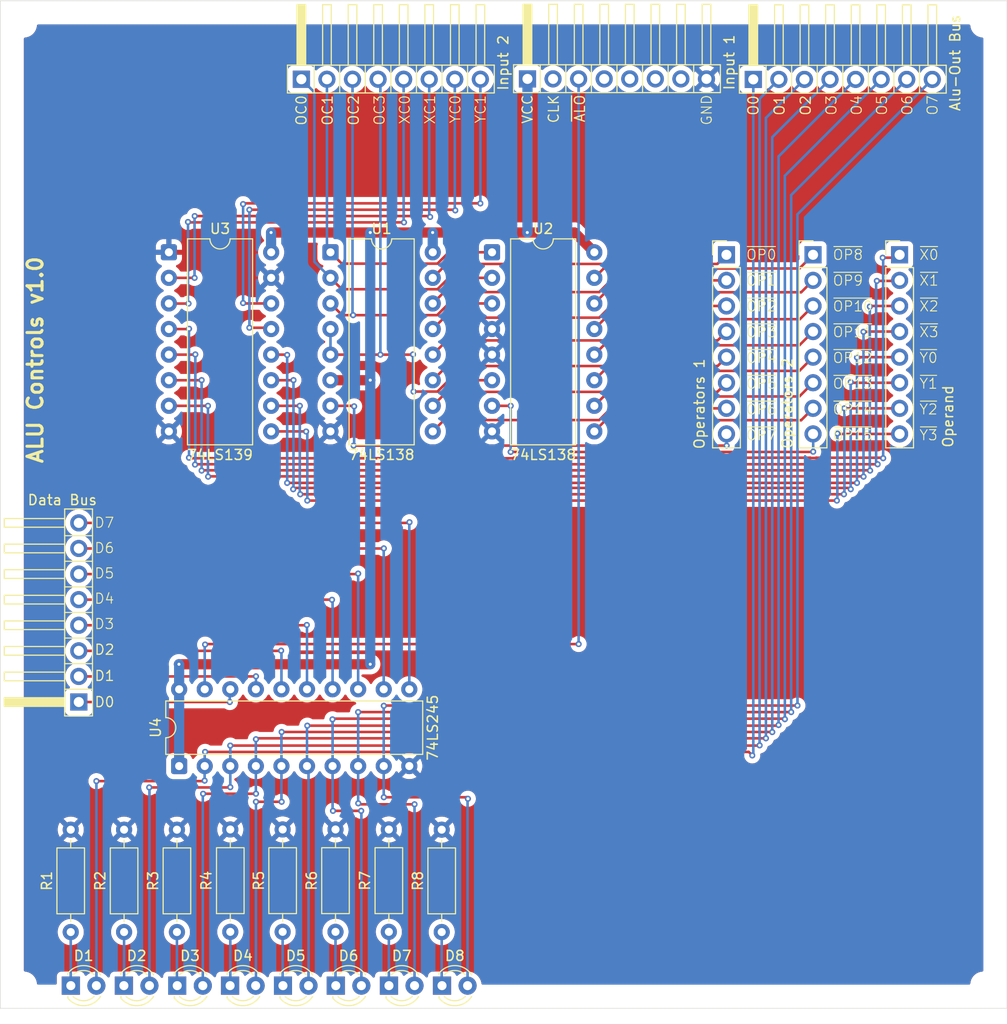
<source format=kicad_pcb>
(kicad_pcb (version 20241229) (generator "pcbnew") (generator_version "9.0")
  (title_block (title "ALU Controls") (date "2025-11-30") (rev "1.0") (company "Marco Vettigli"))
  (layers (0 "F.Cu" signal) (2 "B.Cu" signal) (13 "F.Paste" user) (15 "B.Paste" user) (5 "F.SilkS" user "F.Silkscreen") (7 "B.SilkS" user "B.Silkscreen") (1 "F.Mask" user) (3 "B.Mask" user) (25 "Edge.Cuts" user))
  (net 0 "")
  (net 1 "Net-(D1-K)")
  (net 2 "Net-(D2-K)")
  (net 3 "Net-(D3-K)")
  (net 4 "Net-(D4-K)")
  (net 5 "Net-(D5-K)")
  (net 6 "Net-(D6-K)")
  (net 7 "Net-(D7-K)")
  (net 8 "Net-(D8-K)")
  (net 9 "D2")
  (net 10 "D6")
  (net 11 "D3")
  (net 12 "D7")
  (net 13 "D4")
  (net 14 "D0")
  (net 15 "D1")
  (net 16 "D5")
  (net 20 "~{ALO}")
  (net 22 "~{OP4}")
  (net 23 "~{OP7}")
  (net 24 "~{OP1}")
  (net 25 "~{OP5}")
  (net 26 "~{OP2}")
  (net 27 "~{OP3}")
  (net 28 "~{OP6}")
  (net 29 "~{OP0}")
  (net 30 "~{OP9}")
  (net 31 "~{OP13}")
  (net 32 "~{OP12}")
  (net 33 "~{OP10}")
  (net 34 "~{OP15}")
  (net 35 "~{OP11}")
  (net 36 "~{OP14}")
  (net 37 "~{OP8}")
  (net 38 "~{X2}")
  (net 39 "~{Y3}")
  (net 40 "~{Y2}")
  (net 41 "~{Y0}")
  (net 42 "~{X1}")
  (net 43 "~{Y4}")
  (net 44 "~{X3}")
  (net 45 "~{X0}")
  (net 46 "OC3")
  (net 47 "OC1")
  (net 48 "OC2")
  (net 49 "OC0")
  (net 50 "YC1")
  (net 51 "YC0")
  (net 52 "XC0")
  (net 53 "XC1")
  (net 54 "O6")
  (net 55 "O4")
  (net 56 "O7")
  (net 57 "O1")
  (net 58 "O3")
  (net 59 "O5")
  (net 60 "O2")
  (net 61 "O0")
  (net 62 "GND")
  (net 63 "VCC")
  (net 64 "CLK")
  (footprint "MountingHole:MountingHole_2.1mm" (layer "F.Cu") (at 52.1 147.5)
    (property "Reference" "REF**" (hide yes))
    (property "Value" "MountingHole_2.1mm" (hide yes))
  )
  (footprint "Package_DIP:DIP-16_W10.16mm" (layer "F.Cu") (at 82.55 74.81)
    (property "Reference" "U1")
    (property "Value" "74LS138")
  )
  (footprint "LED_THT:LED_D3.0mm" (layer "F.Cu") (at 93.63 147.6)
    (property "Reference" "D8")
    (property "Value" "RED")
  )
  (footprint "Resistor_THT:R_Axial_DIN0207_L6.3mm_D2.5mm_P10.16mm_Horizontal" (layer "F.Cu") (at 56.75 142.28 90)
    (property "Reference" "R1")
    (property "Value" "220")
  )
  (footprint "Resistor_THT:R_Axial_DIN0207_L6.3mm_D2.5mm_P10.16mm_Horizontal" (layer "F.Cu") (at 67.3 142.28 90)
    (property "Reference" "R3")
    (property "Value" "220")
  )
  (footprint "MountingHole:MountingHole_2.1mm" (layer "F.Cu") (at 147.4 52.2)
    (property "Reference" "REF**" (hide yes))
    (property "Value" "MountingHole_2.1mm" (hide yes))
  )
  (footprint "Resistor_THT:R_Axial_DIN0207_L6.3mm_D2.5mm_P10.16mm_Horizontal" (layer "F.Cu") (at 77.8 142.26 90)
    (property "Reference" "R5")
    (property "Value" "220")
  )
  (footprint "LED_THT:LED_D3.0mm" (layer "F.Cu") (at 56.76 147.6)
    (property "Reference" "D1")
    (property "Value" "RED")
  )
  (footprint "Resistor_THT:R_Axial_DIN0207_L6.3mm_D2.5mm_P10.16mm_Horizontal" (layer "F.Cu") (at 93.6 142.28 90)
    (property "Reference" "R8")
    (property "Value" "220")
  )
  (footprint "MountingHole:MountingHole_2.1mm" (layer "F.Cu") (at 147.4 147.5)
    (property "Reference" "REF**" (hide yes))
    (property "Value" "MountingHole_2.1mm" (hide yes))
  )
  (footprint "LED_THT:LED_D3.0mm" (layer "F.Cu") (at 72.58 147.6)
    (property "Reference" "D4")
    (property "Value" "RED")
  )
  (footprint "Custom:PinHeader_1x08_P2.54mm_Horizontal" (layer "F.Cu") (at 79.66 60.385 90)
    (property "Reference" "J7" (hide yes))
    (property "Value" "Input 2")
  )
  (footprint "Resistor_THT:R_Axial_DIN0207_L6.3mm_D2.5mm_P10.16mm_Horizontal" (layer "F.Cu") (at 88.35 142.26 90)
    (property "Reference" "R7")
    (property "Value" "220")
  )
  (footprint "Package_DIP:DIP-16_W10.16mm" (layer "F.Cu") (at 66.5 74.81)
    (property "Reference" "U3")
    (property "Value" "74LS139")
  )
  (footprint "LED_THT:LED_D3.0mm" (layer "F.Cu") (at 77.83 147.6)
    (property "Reference" "D5")
    (property "Value" "RED")
  )
  (footprint "Resistor_THT:R_Axial_DIN0207_L6.3mm_D2.5mm_P10.16mm_Horizontal" (layer "F.Cu") (at 83.05 142.26 90)
    (property "Reference" "R6")
    (property "Value" "220")
  )
  (footprint "LED_THT:LED_D3.0mm" (layer "F.Cu") (at 67.33 147.6)
    (property "Reference" "D3")
    (property "Value" "RED")
  )
  (footprint "Custom:PinHeader_1x08_P2.54mm_Horizontal" (layer "F.Cu") (at 60.3 119.45 180)
    (property "Reference" "J4" (hide yes))
    (property "Value" "Data Bus")
  )
  (footprint "Custom:PinHeader_1x08_P2.54mm_Horizontal" (layer "F.Cu") (at 102.12 60.35 90)
    (property "Reference" "J6" (hide yes))
    (property "Value" "Input 1")
  )
  (footprint "Custom:PinHeader_1x08_P2.54mm_Vertical" (layer "F.Cu") (at 139.085 75.06)
    (property "Reference" "J3" (hide yes))
    (property "Value" "Operand")
  )
  (footprint "MountingHole:MountingHole_2.1mm" (layer "F.Cu") (at 52.1 52.2)
    (property "Reference" "REF**" (hide yes))
    (property "Value" "MountingHole_2.1mm" (hide yes))
  )
  (footprint "Resistor_THT:R_Axial_DIN0207_L6.3mm_D2.5mm_P10.16mm_Horizontal" (layer "F.Cu") (at 72.6 142.26 90)
    (property "Reference" "R4")
    (property "Value" "220")
  )
  (footprint "Resistor_THT:R_Axial_DIN0207_L6.3mm_D2.5mm_P10.16mm_Horizontal" (layer "F.Cu") (at 62.05 142.28 90)
    (property "Reference" "R2")
    (property "Value" "220")
  )
  (footprint "Package_DIP:DIP-20_W7.62mm" (layer "F.Cu") (at 67.52 125.805 90)
    (property "Reference" "U4")
    (property "Value" "74LS245")
  )
  (footprint "Package_DIP:DIP-16_W10.16mm" (layer "F.Cu") (at 98.6 74.81)
    (property "Reference" "U2")
    (property "Value" "74LS138")
  )
  (footprint "LED_THT:LED_D3.0mm" (layer "F.Cu") (at 83.08 147.6)
    (property "Reference" "D6")
    (property "Value" "RED")
  )
  (footprint "Custom:PinHeader_1x08_P2.54mm_Vertical" (layer "F.Cu") (at 121.885 75.06)
    (property "Reference" "J1" (hide yes))
    (property "Value" "Operators 1")
  )
  (footprint "LED_THT:LED_D3.0mm" (layer "F.Cu") (at 62.03 147.6)
    (property "Reference" "D2")
    (property "Value" "RED")
  )
  (footprint "Custom:PinHeader_1x08_P2.54mm_Vertical" (layer "F.Cu") (at 130.485 75.06)
    (property "Reference" "J2" (hide yes))
    (property "Value" "Operators 2")
  )
  (footprint "Custom:PinHeader_1x08_P2.54mm_Horizontal" (layer "F.Cu") (at 124.55 60.4 90)
    (property "Reference" "J5" (hide yes))
    (property "Value" "Alu-Out Bus")
  )
  (footprint "LED_THT:LED_D3.0mm" (layer "F.Cu") (at 88.36 147.6)
    (property "Reference" "D7")
    (property "Value" "RED")
  )
  (gr_rect (start 49.75 49.85) (end 149.75 149.85) (stroke (width 0.05)) (fill no) (layer "Edge.Cuts"))
  (gr_text "ALU Controls v1.0" (at 54.1 95.9 90) (layer "F.SilkS") (effects (font (size 1.5 1.5) (thickness 0.3) (bold yes)) (justify left bottom)))
  (segment (start 56.75 142.28) (end 56.75 147.59) (width 0.254) (layer "B.Cu") (net 1))
  (segment (start 56.75 147.59) (end 56.76 147.6) (width 0.254) (layer "B.Cu") (net 1))
  (segment (start 62.05 147.58) (end 62.03 147.6) (width 0.254) (layer "B.Cu") (net 2))
  (segment (start 62.05 142.28) (end 62.05 147.58) (width 0.254) (layer "B.Cu") (net 2))
  (segment (start 67.3 142.28) (end 67.3 147.57) (width 0.254) (layer "B.Cu") (net 3))
  (segment (start 67.3 147.57) (end 67.33 147.6) (width 0.254) (layer "B.Cu") (net 3))
  (segment (start 72.6 142.26) (end 72.6 147.58) (width 0.254) (layer "B.Cu") (net 4))
  (segment (start 72.6 147.58) (end 72.58 147.6) (width 0.254) (layer "B.Cu") (net 4))
  (segment (start 77.8 142.26) (end 77.8 147.57) (width 0.254) (layer "B.Cu") (net 5))
  (segment (start 77.8 147.57) (end 77.83 147.6) (width 0.254) (layer "B.Cu") (net 5))
  (segment (start 83.05 142.26) (end 83.05 147.57) (width 0.254) (layer "B.Cu") (net 6))
  (segment (start 83.05 147.57) (end 83.08 147.6) (width 0.254) (layer "B.Cu") (net 6))
  (segment (start 88.35 147.59) (end 88.36 147.6) (width 0.254) (layer "B.Cu") (net 7))
  (segment (start 88.35 142.26) (end 88.35 147.59) (width 0.254) (layer "B.Cu") (net 7))
  (segment (start 93.6 142.28) (end 93.6 147.57) (width 0.254) (layer "B.Cu") (net 8))
  (segment (start 93.6 147.57) (end 93.63 147.6) (width 0.254) (layer "B.Cu") (net 8))
  (segment (start 77.63 114.37) (end 77.65 114.35) (width 0.254) (layer "F.Cu") (net 9))
  (segment (start 57.55 114.37) (end 77.63 114.37) (width 0.254) (layer "F.Cu") (net 9))
  (via (at 77.65 114.35) (size 0.6) (drill 0.3) (layers "F.Cu" "B.Cu") (net 9))
  (segment (start 77.68 114.38) (end 77.68 118.185) (width 0.254) (layer "B.Cu") (net 9))
  (segment (start 77.65 114.35) (end 77.68 114.38) (width 0.254) (layer "B.Cu") (net 9))
  (segment (start 57.55 104.21) (end 87.84 104.21) (width 0.254) (layer "F.Cu") (net 10))
  (segment (start 87.84 104.21) (end 87.85 104.2) (width 0.254) (layer "F.Cu") (net 10))
  (via (at 87.85 104.2) (size 0.6) (drill 0.3) (layers "F.Cu" "B.Cu") (net 10))
  (segment (start 87.85 104.2) (end 87.84 104.21) (width 0.254) (layer "B.Cu") (net 10))
  (segment (start 87.84 104.21) (end 87.84 118.185) (width 0.254) (layer "B.Cu") (net 10))
  (segment (start 80.17 111.83) (end 80.2 111.8) (width 0.254) (layer "F.Cu") (net 11))
  (segment (start 57.55 111.83) (end 80.17 111.83) (width 0.254) (layer "F.Cu") (net 11))
  (via (at 80.2 111.8) (size 0.6) (drill 0.3) (layers "F.Cu" "B.Cu") (net 11))
  (segment (start 80.2 111.8) (end 80.22 111.82) (width 0.254) (layer "B.Cu") (net 11))
  (segment (start 80.22 111.82) (end 80.22 118.185) (width 0.254) (layer "B.Cu") (net 11))
  (segment (start 90.33 101.67) (end 90.4 101.6) (width 0.254) (layer "F.Cu") (net 12))
  (segment (start 57.55 101.67) (end 90.33 101.67) (width 0.254) (layer "F.Cu") (net 12))
  (via (at 90.4 101.6) (size 0.6) (drill 0.3) (layers "F.Cu" "B.Cu") (net 12))
  (segment (start 90.4 101.6) (end 90.38 101.62) (width 0.254) (layer "B.Cu") (net 12))
  (segment (start 90.38 101.62) (end 90.38 118.185) (width 0.254) (layer "B.Cu") (net 12))
  (segment (start 82.69 109.29) (end 82.7 109.3) (width 0.254) (layer "F.Cu") (net 13))
  (segment (start 57.55 109.29) (end 82.69 109.29) (width 0.254) (layer "F.Cu") (net 13))
  (via (at 82.7 109.3) (size 0.6) (drill 0.3) (layers "F.Cu" "B.Cu") (net 13))
  (segment (start 82.7 109.3) (end 82.76 109.36) (width 0.254) (layer "B.Cu") (net 13))
  (segment (start 82.76 109.36) (end 82.76 118.185) (width 0.254) (layer "B.Cu") (net 13))
  (segment (start 57.55 119.45) (end 72.55 119.45) (width 0.254) (layer "F.Cu") (net 14))
  (via (at 72.55 119.45) (size 0.6) (drill 0.3) (layers "F.Cu" "B.Cu") (net 14))
  (segment (start 72.55 119.45) (end 72.55 118.235) (width 0.254) (layer "B.Cu") (net 14))
  (segment (start 72.55 118.235) (end 72.6 118.185) (width 0.254) (layer "B.Cu") (net 14))
  (segment (start 75.14 116.91) (end 75.15 116.9) (width 0.254) (layer "F.Cu") (net 15))
  (segment (start 57.55 116.91) (end 75.14 116.91) (width 0.254) (layer "F.Cu") (net 15))
  (via (at 75.15 116.9) (size 0.6) (drill 0.3) (layers "F.Cu" "B.Cu") (net 15))
  (segment (start 75.15 116.9) (end 75.15 118.175) (width 0.254) (layer "B.Cu") (net 15))
  (segment (start 75.15 118.175) (end 75.14 118.185) (width 0.254) (layer "B.Cu") (net 15))
  (segment (start 57.55 106.75) (end 85.25 106.75) (width 0.254) (layer "F.Cu") (net 16))
  (segment (start 85.25 106.75) (end 85.3 106.7) (width 0.254) (layer "F.Cu") (net 16))
  (via (at 85.3 106.7) (size 0.6) (drill 0.3) (layers "F.Cu" "B.Cu") (net 16))
  (segment (start 85.3 106.7) (end 85.3 118.185) (width 0.254) (layer "B.Cu") (net 16))
  (segment (start 70.1 113.743) (end 70.143 113.7) (width 0.254) (layer "F.Cu") (net 20))
  (segment (start 70.143 113.7) (end 107.2 113.7) (width 0.254) (layer "F.Cu") (net 20))
  (via (at 70.1 113.743) (size 0.6) (drill 0.3) (layers "F.Cu" "B.Cu") (net 20))
  (via (at 107.2 113.7) (size 0.6) (drill 0.3) (layers "F.Cu" "B.Cu") (net 20))
  (segment (start 107.2 113.7) (end 107.2 57.6) (width 0.254) (layer "B.Cu") (net 20))
  (segment (start 70.06 113.783) (end 70.06 118.185) (width 0.254) (layer "B.Cu") (net 20))
  (segment (start 70.1 113.743) (end 70.06 113.783) (width 0.254) (layer "B.Cu") (net 20))
  (segment (start 94.12 86.1) (end 121.005 86.1) (width 0.254) (layer "F.Cu") (net 22))
  (segment (start 121.005 86.1) (end 121.885 85.22) (width 0.254) (layer "F.Cu") (net 22))
  (segment (start 92.71 87.51) (end 94.12 86.1) (width 0.254) (layer "F.Cu") (net 22))
  (segment (start 82.55 90.05) (end 84.85 90.05) (width 0.254) (layer "F.Cu") (net 23))
  (segment (start 84.85 94) (end 121.9 94) (width 0.254) (layer "F.Cu") (net 23))
  (segment (start 84.85 90.05) (end 84.9 90.1) (width 0.254) (layer "F.Cu") (net 23))
  (via (at 121.9 94) (size 0.6) (drill 0.3) (layers "F.Cu" "B.Cu") (net 23))
  (via (at 84.85 94) (size 0.6) (drill 0.3) (layers "F.Cu" "B.Cu") (net 23))
  (via (at 84.9 90.1) (size 0.6) (drill 0.3) (layers "F.Cu" "B.Cu") (net 23))
  (segment (start 121.9 94) (end 121.9 92.855) (width 0.254) (layer "B.Cu") (net 23))
  (segment (start 121.9 92.855) (end 121.885 92.84) (width 0.254) (layer "B.Cu") (net 23))
  (segment (start 84.9 90.1) (end 84.9 93.95) (width 0.254) (layer "B.Cu") (net 23))
  (segment (start 84.9 93.95) (end 84.85 94) (width 0.254) (layer "B.Cu") (net 23))
  (segment (start 109.244532 78.762) (end 110.406532 77.6) (width 0.254) (layer "F.Cu") (net 24))
  (segment (start 93.838 78.762) (end 109.244532 78.762) (width 0.254) (layer "F.Cu") (net 24))
  (segment (start 92.71 79.89) (end 93.838 78.762) (width 0.254) (layer "F.Cu") (net 24))
  (segment (start 110.406532 77.6) (end 121.885 77.6) (width 0.254) (layer "F.Cu") (net 24))
  (segment (start 92.71 90.05) (end 94.093 88.667) (width 0.254) (layer "F.Cu") (net 25))
  (segment (start 120.978 88.667) (end 121.885 87.76) (width 0.254) (layer "F.Cu") (net 25))
  (segment (start 94.093 88.667) (end 120.978 88.667) (width 0.254) (layer "F.Cu") (net 25))
  (segment (start 109.244532 81.302) (end 110.406532 80.14) (width 0.254) (layer "F.Cu") (net 26))
  (segment (start 92.71 82.43) (end 93.838 81.302) (width 0.254) (layer "F.Cu") (net 26))
  (segment (start 93.838 81.302) (end 109.244532 81.302) (width 0.254) (layer "F.Cu") (net 26))
  (segment (start 110.406532 80.14) (end 121.885 80.14) (width 0.254) (layer "F.Cu") (net 26))
  (segment (start 92.71 84.97) (end 94.122 83.558) (width 0.254) (layer "F.Cu") (net 27))
  (segment (start 94.122 83.558) (end 121.007 83.558) (width 0.254) (layer "F.Cu") (net 27))
  (segment (start 121.007 83.558) (end 121.885 82.68) (width 0.254) (layer "F.Cu") (net 27))
  (segment (start 109.244532 91.462) (end 110.406532 90.3) (width 0.254) (layer "F.Cu") (net 28))
  (segment (start 110.406532 90.3) (end 121.885 90.3) (width 0.254) (layer "F.Cu") (net 28))
  (segment (start 93.838 91.462) (end 109.244532 91.462) (width 0.254) (layer "F.Cu") (net 28))
  (segment (start 92.71 92.59) (end 93.838 91.462) (width 0.254) (layer "F.Cu") (net 28))
  (segment (start 92.71 77.35) (end 94.093 75.967) (width 0.254) (layer "F.Cu") (net 29))
  (segment (start 120.978 75.967) (end 121.885 75.06) (width 0.254) (layer "F.Cu") (net 29))
  (segment (start 94.093 75.967) (end 120.978 75.967) (width 0.254) (layer "F.Cu") (net 29))
  (segment (start 129.307 78.778) (end 130.485 77.6) (width 0.254) (layer "F.Cu") (net 30))
  (segment (start 109.872 78.778) (end 129.307 78.778) (width 0.254) (layer "F.Cu") (net 30))
  (segment (start 108.76 79.89) (end 109.872 78.778) (width 0.254) (layer "F.Cu") (net 30))
  (segment (start 108.76 90.05) (end 109.688 89.122) (width 0.254) (layer "F.Cu") (net 31))
  (segment (start 129.123 89.122) (end 130.485 87.76) (width 0.254) (layer "F.Cu") (net 31))
  (segment (start 109.688 89.122) (end 129.123 89.122) (width 0.254) (layer "F.Cu") (net 31))
  (segment (start 129.123 86.582) (end 130.485 85.22) (width 0.254) (layer "F.Cu") (net 32))
  (segment (start 108.76 87.51) (end 109.688 86.582) (width 0.254) (layer "F.Cu") (net 32))
  (segment (start 109.688 86.582) (end 129.123 86.582) (width 0.254) (layer "F.Cu") (net 32))
  (segment (start 109.74 81.45) (end 129.175 81.45) (width 0.254) (layer "F.Cu") (net 33))
  (segment (start 108.76 82.43) (end 109.74 81.45) (width 0.254) (layer "F.Cu") (net 33))
  (segment (start 129.175 81.45) (end 130.485 80.14) (width 0.254) (layer "F.Cu") (net 33))
  (segment (start 130.473 94.627) (end 130.5 94.6) (width 0.254) (layer "F.Cu") (net 34))
  (segment (start 100.45 94.627) (end 130.473 94.627) (width 0.254) (layer "F.Cu") (net 34))
  (segment (start 98.6 90.05) (end 100.45 90.05) (width 0.254) (layer "F.Cu") (net 34))
  (via (at 100.45 90.05) (size 0.6) (drill 0.3) (layers "F.Cu" "B.Cu") (net 34))
  (via (at 100.45 94.627) (size 0.6) (drill 0.3) (layers "F.Cu" "B.Cu") (net 34))
  (via (at 130.5 94.6) (size 0.6) (drill 0.3) (layers "F.Cu" "B.Cu") (net 34))
  (segment (start 130.5 94.6) (end 130.5 92.855) (width 0.254) (layer "B.Cu") (net 34))
  (segment (start 100.45 90.05) (end 100.45 94.627) (width 0.254) (layer "B.Cu") (net 34))
  (segment (start 130.5 92.855) (end 130.485 92.84) (width 0.254) (layer "B.Cu") (net 34))
  (segment (start 129.123 84.042) (end 130.485 82.68) (width 0.254) (layer "F.Cu") (net 35))
  (segment (start 108.76 84.97) (end 109.688 84.042) (width 0.254) (layer "F.Cu") (net 35))
  (segment (start 109.688 84.042) (end 129.123 84.042) (width 0.254) (layer "F.Cu") (net 35))
  (segment (start 129.307 91.478) (end 130.485 90.3) (width 0.254) (layer "F.Cu") (net 36))
  (segment (start 108.76 92.59) (end 109.872 91.478) (width 0.254) (layer "F.Cu") (net 36))
  (segment (start 109.872 91.478) (end 129.307 91.478) (width 0.254) (layer "F.Cu") (net 36))
  (segment (start 129.123 76.422) (end 130.485 75.06) (width 0.254) (layer "F.Cu") (net 37))
  (segment (start 108.76 77.35) (end 109.688 76.422) (width 0.254) (layer "F.Cu") (net 37))
  (segment (start 109.688 76.422) (end 129.123 76.422) (width 0.254) (layer "F.Cu") (net 37))
  (segment (start 136.123 80.2) (end 136.183 80.14) (width 0.254) (layer "F.Cu") (net 38))
  (segment (start 136.123 96.45) (end 69.777 96.45) (width 0.254) (layer "F.Cu") (net 38))
  (segment (start 69.777 96.45) (end 69.75 96.477) (width 0.254) (layer "F.Cu") (net 38))
  (segment (start 136.183 80.14) (end 139.085 80.14) (width 0.254) (layer "F.Cu") (net 38))
  (segment (start 136.15 96.477) (end 136.123 96.45) (width 0.254) (layer "F.Cu") (net 38))
  (segment (start 69.744 87.51) (end 69.754 87.5) (width 0.254) (layer "F.Cu") (net 38))
  (segment (start 66.5 87.51) (end 69.744 87.51) (width 0.254) (layer "F.Cu") (net 38))
  (via (at 136.123 80.2) (size 0.6) (drill 0.3) (layers "F.Cu" "B.Cu") (net 38))
  (via (at 69.75 96.477) (size 0.6) (drill 0.3) (layers "F.Cu" "B.Cu") (net 38))
  (via (at 69.754 87.5) (size 0.6) (drill 0.3) (layers "F.Cu" "B.Cu") (net 38))
  (via (at 136.15 96.477) (size 0.6) (drill 0.3) (layers "F.Cu" "B.Cu") (net 38))
  (segment (start 69.754 96.473) (end 69.75 96.477) (width 0.254) (layer "B.Cu") (net 38))
  (segment (start 136.123 96.25) (end 136.123 80.2) (width 0.254) (layer "B.Cu") (net 38))
  (segment (start 136.15 96.277) (end 136.123 96.25) (width 0.254) (layer "B.Cu") (net 38))
  (segment (start 136.15 96.477) (end 136.15 96.277) (width 0.254) (layer "B.Cu") (net 38))
  (segment (start 69.754 87.5) (end 69.754 96.473) (width 0.254) (layer "B.Cu") (net 38))
  (segment (start 133.595 90.3) (end 139.085 90.3) (width 0.254) (layer "F.Cu") (net 39))
  (segment (start 76.66 90.05) (end 79.504 90.05) (width 0.254) (layer "F.Cu") (net 39))
  (segment (start 79.55 98.827) (end 133.55 98.827) (width 0.254) (layer "F.Cu") (net 39))
  (via (at 133.595 90.3) (size 0.6) (drill 0.3) (layers "F.Cu" "B.Cu") (net 39))
  (via (at 79.55 98.827) (size 0.6) (drill 0.3) (layers "F.Cu" "B.Cu") (net 39))
  (via (at 79.504 90.05) (size 0.6) (drill 0.3) (layers "F.Cu" "B.Cu") (net 39))
  (via (at 133.55 98.827) (size 0.6) (drill 0.3) (layers "F.Cu" "B.Cu") (net 39))
  (segment (start 79.504 98.781) (end 79.55 98.827) (width 0.254) (layer "B.Cu") (net 39))
  (segment (start 133.55 98.793884) (end 133.6 98.743884) (width 0.254) (layer "B.Cu") (net 39))
  (segment (start 133.6 90.305) (end 133.595 90.3) (width 0.254) (layer "B.Cu") (net 39))
  (segment (start 79.504 90.05) (end 79.504 98.781) (width 0.254) (layer "B.Cu") (net 39))
  (segment (start 133.6 98.743884) (end 133.6 90.305) (width 0.254) (layer "B.Cu") (net 39))
  (segment (start 133.55 98.827) (end 133.55 98.793884) (width 0.254) (layer "B.Cu") (net 39))
  (segment (start 78.867 87.51) (end 78.877 87.5) (width 0.254) (layer "F.Cu") (net 40))
  (segment (start 134.223 98.2) (end 78.977 98.2) (width 0.254) (layer "F.Cu") (net 40))
  (segment (start 134.227 98.327) (end 134.227 98.204) (width 0.254) (layer "F.Cu") (net 40))
  (segment (start 134.283 87.76) (end 139.085 87.76) (width 0.254) (layer "F.Cu") (net 40))
  (segment (start 134.227 98.204) (end 134.223 98.2) (width 0.254) (layer "F.Cu") (net 40))
  (segment (start 134.223 87.7) (end 134.283 87.76) (width 0.254) (layer "F.Cu") (net 40))
  (segment (start 76.66 87.51) (end 78.867 87.51) (width 0.254) (layer "F.Cu") (net 40))
  (segment (start 78.977 98.2) (end 78.85 98.327) (width 0.254) (layer "F.Cu") (net 40))
  (via (at 78.877 87.5) (size 0.6) (drill 0.3) (layers "F.Cu" "B.Cu") (net 40))
  (via (at 78.85 98.327) (size 0.6) (drill 0.3) (layers "F.Cu" "B.Cu") (net 40))
  (via (at 134.227 98.327) (size 0.6) (drill 0.3) (layers "F.Cu" "B.Cu") (net 40))
  (via (at 134.223 87.7) (size 0.6) (drill 0.3) (layers "F.Cu" "B.Cu") (net 40))
  (segment (start 78.877 98.3) (end 78.85 98.327) (width 0.254) (layer "B.Cu") (net 40))
  (segment (start 134.222 98.199) (end 134.222 87.701) (width 0.254) (layer "B.Cu") (net 40))
  (segment (start 134.227 98.204) (end 134.222 98.199) (width 0.254) (layer "B.Cu") (net 40))
  (segment (start 78.877 87.5) (end 78.877 98.3) (width 0.254) (layer "B.Cu") (net 40))
  (segment (start 134.227 98.327) (end 134.227 98.204) (width 0.254) (layer "B.Cu") (net 40))
  (segment (start 134.222 87.701) (end 134.223 87.7) (width 0.254) (layer "B.Cu") (net 40))
  (segment (start 78.22 84.97) (end 78.25 85) (width 0.254) (layer "F.Cu") (net 41))
  (segment (start 134.85 85.25) (end 135.2 85.25) (width 0.254) (layer "F.Cu") (net 41))
  (segment (start 135.23 85.22) (end 139.085 85.22) (width 0.254) (layer "F.Cu") (net 41))
  (segment (start 135.2 85.25) (end 135.23 85.22) (width 0.254) (layer "F.Cu") (net 41))
  (segment (start 134.85 97.7) (end 78.25 97.7) (width 0.254) (layer "F.Cu") (net 41))
  (segment (start 76.66 84.97) (end 78.22 84.97) (width 0.254) (layer "F.Cu") (net 41))
  (via (at 78.25 97.7) (size 0.6) (drill 0.3) (layers "F.Cu" "B.Cu") (net 41))
  (via (at 134.85 85.25) (size 0.6) (drill 0.3) (layers "F.Cu" "B.Cu") (net 41))
  (via (at 78.25 85) (size 0.6) (drill 0.3) (layers "F.Cu" "B.Cu") (net 41))
  (via (at 134.85 97.7) (size 0.6) (drill 0.3) (layers "F.Cu" "B.Cu") (net 41))
  (segment (start 134.85 85.25) (end 134.85 97.7) (width 0.254) (layer "B.Cu") (net 41))
  (segment (start 78.25 85) (end 78.25 97.7) (width 0.254) (layer "B.Cu") (net 41))
  (segment (start 69.1 95.882) (end 69.132 95.85) (width 0.254) (layer "F.Cu") (net 42))
  (segment (start 69.132 95.85) (end 136.9 95.85) (width 0.254) (layer "F.Cu") (net 42))
  (segment (start 66.5 84.97) (end 69.107 84.97) (width 0.254) (layer "F.Cu") (net 42))
  (segment (start 69.107 84.97) (end 69.127 84.95) (width 0.254) (layer "F.Cu") (net 42))
  (segment (start 136.823 77.65) (end 139.035 77.65) (width 0.254) (layer "F.Cu") (net 42))
  (segment (start 139.035 77.65) (end 139.085 77.6) (width 0.254) (layer "F.Cu") (net 42))
  (via (at 69.1 95.882) (size 0.6) (drill 0.3) (layers "F.Cu" "B.Cu") (net 42))
  (via (at 136.9 95.85) (size 0.6) (drill 0.3) (layers "F.Cu" "B.Cu") (net 42))
  (via (at 69.127 84.95) (size 0.6) (drill 0.3) (layers "F.Cu" "B.Cu") (net 42))
  (via (at 136.823 77.65) (size 0.6) (drill 0.3) (layers "F.Cu" "B.Cu") (net 42))
  (segment (start 136.9 95.85) (end 136.75 95.7) (width 0.254) (layer "B.Cu") (net 42))
  (segment (start 136.75 77.723) (end 136.823 77.65) (width 0.254) (layer "B.Cu") (net 42))
  (segment (start 69.127 84.95) (end 69.127 95.855) (width 0.254) (layer "B.Cu") (net 42))
  (segment (start 136.75 95.7) (end 136.75 77.723) (width 0.254) (layer "B.Cu") (net 42))
  (segment (start 69.127 95.855) (end 69.1 95.882) (width 0.254) (layer "B.Cu") (net 42))
  (segment (start 76.66 92.59) (end 80.121 92.59) (width 0.254) (layer "F.Cu") (net 43))
  (segment (start 80.121 92.59) (end 80.131 92.6) (width 0.254) (layer "F.Cu") (net 43))
  (segment (start 132.9 92.8) (end 132.94 92.84) (width 0.254) (layer "F.Cu") (net 43))
  (segment (start 80.25 99.454) (end 132.85 99.454) (width 0.254) (layer "F.Cu") (net 43))
  (segment (start 132.94 92.84) (end 139.085 92.84) (width 0.254) (layer "F.Cu") (net 43))
  (via (at 132.85 99.454) (size 0.6) (drill 0.3) (layers "F.Cu" "B.Cu") (net 43))
  (via (at 80.131 92.6) (size 0.6) (drill 0.3) (layers "F.Cu" "B.Cu") (net 43))
  (via (at 80.25 99.454) (size 0.6) (drill 0.3) (layers "F.Cu" "B.Cu") (net 43))
  (via (at 132.9 92.8) (size 0.6) (drill 0.3) (layers "F.Cu" "B.Cu") (net 43))
  (segment (start 80.25 92.719) (end 80.25 99.454) (width 0.254) (layer "B.Cu") (net 43))
  (segment (start 132.9 99.354) (end 132.9 92.8) (width 0.254) (layer "B.Cu") (net 43))
  (segment (start 80.131 92.6) (end 80.25 92.719) (width 0.254) (layer "B.Cu") (net 43))
  (segment (start 132.85 99.404) (end 132.9 99.354) (width 0.254) (layer "B.Cu") (net 43))
  (segment (start 132.85 99.454) (end 132.85 99.404) (width 0.254) (layer "B.Cu") (net 43))
  (segment (start 136.07 82.68) (end 139.085 82.68) (width 0.254) (layer "F.Cu") (net 44))
  (segment (start 66.5 90.05) (end 70.381 90.05) (width 0.254) (layer "F.Cu") (net 44))
  (segment (start 136.05 82.7) (end 136.07 82.68) (width 0.254) (layer "F.Cu") (net 44))
  (segment (start 70.427 97.05) (end 70.4 97.077) (width 0.254) (layer "F.Cu") (net 44))
  (segment (start 135.496 82.7) (end 136.05 82.7) (width 0.254) (layer "F.Cu") (net 44))
  (segment (start 135.473 97.05) (end 70.427 97.05) (width 0.254) (layer "F.Cu") (net 44))
  (segment (start 135.5 97.077) (end 135.473 97.05) (width 0.254) (layer "F.Cu") (net 44))
  (via (at 70.4 97.077) (size 0.6) (drill 0.3) (layers "F.Cu" "B.Cu") (net 44))
  (via (at 135.496 82.7) (size 0.6) (drill 0.3) (layers "F.Cu" "B.Cu") (net 44))
  (via (at 135.5 97.077) (size 0.6) (drill 0.3) (layers "F.Cu" "B.Cu") (net 44))
  (via (at 70.381 90.05) (size 0.6) (drill 0.3) (layers "F.Cu" "B.Cu") (net 44))
  (segment (start 135.496 96.976985) (end 135.496 82.7) (width 0.254) (layer "B.Cu") (net 44))
  (segment (start 70.381 97.058) (end 70.4 97.077) (width 0.254) (layer "B.Cu") (net 44))
  (segment (start 70.381 90.05) (end 70.381 97.058) (width 0.254) (layer "B.Cu") (net 44))
  (segment (start 135.5 97.077) (end 135.5 96.980985) (width 0.254) (layer "B.Cu") (net 44))
  (segment (start 135.5 96.980985) (end 135.496 96.976985) (width 0.254) (layer "B.Cu") (net 44))
  (segment (start 130.760127 95.228) (end 130.788127 95.2) (width 0.254) (layer "F.Cu") (net 45))
  (segment (start 138.795 75.35) (end 139.085 75.06) (width 0.254) (layer "F.Cu") (net 45))
  (segment (start 66.5 82.43) (end 68.47 82.43) (width 0.254) (layer "F.Cu") (net 45))
  (segment (start 130.239873 95.228) (end 130.760127 95.228) (width 0.254) (layer "F.Cu") (net 45))
  (segment (start 68.555 95.255) (end 100.710127 95.255) (width 0.254) (layer "F.Cu") (net 45))
  (segment (start 130.211873 95.2) (end 130.239873 95.228) (width 0.254) (layer "F.Cu") (net 45))
  (segment (start 68.5 95.2) (end 68.555 95.255) (width 0.254) (layer "F.Cu") (net 45))
  (segment (start 130.788127 95.2) (end 137.4 95.2) (width 0.254) (layer "F.Cu") (net 45))
  (segment (start 100.710127 95.255) (end 100.765127 95.2) (width 0.254) (layer "F.Cu") (net 45))
  (segment (start 137.4 95.2) (end 137.45 95.25) (width 0.254) (layer "F.Cu") (net 45))
  (segment (start 68.47 82.43) (end 68.5 82.4) (width 0.254) (layer "F.Cu") (net 45))
  (segment (start 137.4 75.35) (end 138.795 75.35) (width 0.254) (layer "F.Cu") (net 45))
  (segment (start 100.765127 95.2) (end 130.211873 95.2) (width 0.254) (layer "F.Cu") (net 45))
  (via (at 68.5 95.2) (size 0.6) (drill 0.3) (layers "F.Cu" "B.Cu") (net 45))
  (via (at 68.5 82.4) (size 0.6) (drill 0.3) (layers "F.Cu" "B.Cu") (net 45))
  (via (at 137.45 95.25) (size 0.6) (drill 0.3) (layers "F.Cu" "B.Cu") (net 45))
  (via (at 137.4 75.35) (size 0.6) (drill 0.3) (layers "F.Cu" "B.Cu") (net 45))
  (segment (start 137.45 75.4) (end 137.4 75.35) (width 0.254) (layer "B.Cu") (net 45))
  (segment (start 68.5 95.2) (end 68.5 82.4) (width 0.254) (layer "B.Cu") (net 45))
  (segment (start 137.45 95.25) (end 137.45 75.4) (width 0.254) (layer "B.Cu") (net 45))
  (segment (start 82.55 84.97) (end 90.73 84.97) (width 0.254) (layer "F.Cu") (net 46))
  (segment (start 93.177233 88.638) (end 90.8 88.638) (width 0.254) (layer "F.Cu") (net 46))
  (segment (start 90.73 84.97) (end 90.75 84.95) (width 0.254) (layer "F.Cu") (net 46))
  (segment (start 94.305233 87.51) (end 93.177233 88.638) (width 0.254) (layer "F.Cu") (net 46))
  (segment (start 98.6 87.51) (end 94.305233 87.51) (width 0.254) (layer "F.Cu") (net 46))
  (via (at 90.8 88.638) (size 0.6) (drill 0.3) (layers "F.Cu" "B.Cu") (net 46))
  (via (at 87.508 84.97) (size 0.6) (drill 0.3) (layers "F.Cu" "B.Cu") (net 46))
  (via (at 90.75 84.95) (size 0.6) (drill 0.3) (layers "F.Cu" "B.Cu") (net 46))
  (segment (start 87.508 57.863) (end 87.508 84.97) (width 0.254) (layer "B.Cu") (net 46))
  (segment (start 90.75 84.95) (end 90.75 88.588) (width 0.254) (layer "B.Cu") (net 46))
  (segment (start 90.75 88.588) (end 90.8 88.638) (width 0.254) (layer "B.Cu") (net 46))
  (segment (start 87.28 57.635) (end 87.508 57.863) (width 0.254) (layer "B.Cu") (net 46))
  (segment (start 82.55 84.97) (end 82.55 82.43) (width 0.254) (layer "B.Cu") (net 46))
  (segment (start 98.6 74.81) (end 94.305233 74.81) (width 0.254) (layer "F.Cu") (net 47))
  (segment (start 94.305233 74.81) (end 93.177233 75.938) (width 0.254) (layer "F.Cu") (net 47))
  (segment (start 93.177233 75.938) (end 83.678 75.938) (width 0.254) (layer "F.Cu") (net 47))
  (segment (start 83.678 75.938) (end 82.55 74.81) (width 0.254) (layer "F.Cu") (net 47))
  (segment (start 82.2 74.46) (end 82.55 74.81) (width 0.254) (layer "B.Cu") (net 47))
  (segment (start 82.2 57.635) (end 82.2 74.46) (width 0.254) (layer "B.Cu") (net 47))
  (segment (start 84.8 81.05) (end 83.71 81.05) (width 0.254) (layer "F.Cu") (net 48))
  (segment (start 83.71 81.05) (end 82.55 79.89) (width 0.254) (layer "F.Cu") (net 48))
  (segment (start 98.6 79.89) (end 94.305233 79.89) (width 0.254) (layer "F.Cu") (net 48))
  (segment (start 93.145233 81.05) (end 84.8 81.05) (width 0.254) (layer "F.Cu") (net 48))
  (segment (start 94.305233 79.89) (end 93.145233 81.05) (width 0.254) (layer "F.Cu") (net 48))
  (via (at 84.8 81.05) (size 0.6) (drill 0.3) (layers "F.Cu" "B.Cu") (net 48))
  (segment (start 84.74 57.635) (end 84.74 80.99) (width 0.254) (layer "B.Cu") (net 48))
  (segment (start 84.74 80.99) (end 84.8 81.05) (width 0.254) (layer "B.Cu") (net 48))
  (segment (start 83.678 78.478) (end 82.55 77.35) (width 0.254) (layer "F.Cu") (net 49))
  (segment (start 93.177233 78.478) (end 83.678 78.478) (width 0.254) (layer "F.Cu") (net 49))
  (segment (start 98.6 77.35) (end 94.305233 77.35) (width 0.254) (layer "F.Cu") (net 49))
  (segment (start 94.305233 77.35) (end 93.177233 78.478) (width 0.254) (layer "F.Cu") (net 49))
  (segment (start 80.95 75.75) (end 80.95 58.925) (width 0.254) (layer "B.Cu") (net 49))
  (segment (start 80.95 58.925) (end 79.66 57.635) (width 0.254) (layer "B.Cu") (net 49))
  (segment (start 82.55 77.35) (end 80.95 75.75) (width 0.254) (layer "B.Cu") (net 49))
  (segment (start 97.26 69.96) (end 97.44 69.96) (width 0.254) (layer "F.Cu") (net 50))
  (segment (start 73.873 79.85) (end 73.913 79.89) (width 0.254) (layer "F.Cu") (net 50))
  (segment (start 97.25 69.95) (end 97.26 69.96) (width 0.254) (layer "F.Cu") (net 50))
  (segment (start 73.913 79.89) (end 76.66 79.89) (width 0.254) (layer "F.Cu") (net 50))
  (segment (start 73.95 69.95) (end 97.25 69.95) (width 0.254) (layer "F.Cu") (net 50))
  (segment (start 73.872 70.028) (end 73.95 69.95) (width 0.254) (layer "F.Cu") (net 50))
  (via (at 73.872 70.028) (size 0.6) (drill 0.3) (layers "F.Cu" "B.Cu") (net 50))
  (via (at 97.44 69.96) (size 0.6) (drill 0.3) (layers "F.Cu" "B.Cu") (net 50))
  (via (at 73.873 79.85) (size 0.6) (drill 0.3) (layers "F.Cu" "B.Cu") (net 50))
  (segment (start 73.872 70.028) (end 73.872 79.849) (width 0.254) (layer "B.Cu") (net 50))
  (segment (start 97.44 69.96) (end 97.44 57.635) (width 0.254) (layer "B.Cu") (net 50))
  (segment (start 73.872 79.849) (end 73.873 79.85) (width 0.254) (layer "B.Cu") (net 50))
  (segment (start 94.95 70.65) (end 94.887 70.587) (width 0.254) (layer "F.Cu") (net 51))
  (segment (start 74.5 82.3) (end 76.53 82.3) (width 0.254) (layer "F.Cu") (net 51))
  (segment (start 76.53 82.3) (end 76.66 82.43) (width 0.254) (layer "F.Cu") (net 51))
  (segment (start 94.887 70.587) (end 74.5 70.587) (width 0.254) (layer "F.Cu") (net 51))
  (via (at 94.95 70.65) (size 0.6) (drill 0.3) (layers "F.Cu" "B.Cu") (net 51))
  (via (at 74.5 82.3) (size 0.6) (drill 0.3) (layers "F.Cu" "B.Cu") (net 51))
  (via (at 74.5 70.587) (size 0.6) (drill 0.3) (layers "F.Cu" "B.Cu") (net 51))
  (segment (start 94.9 57.635) (end 94.9 70.6) (width 0.254) (layer "B.Cu") (net 51))
  (segment (start 74.5 70.587) (end 74.5 82.3) (width 0.254) (layer "B.Cu") (net 51))
  (segment (start 94.9 70.6) (end 94.95 70.65) (width 0.254) (layer "B.Cu") (net 51))
  (segment (start 66.51 79.9) (end 66.5 79.89) (width 0.254) (layer "F.Cu") (net 52))
  (segment (start 68.442 71.842) (end 68.4 71.8) (width 0.254) (layer "F.Cu") (net 52))
  (segment (start 68.45 79.9) (end 66.51 79.9) (width 0.254) (layer "F.Cu") (net 52))
  (segment (start 89.85 71.842) (end 68.442 71.842) (width 0.254) (layer "F.Cu") (net 52))
  (via (at 89.85 71.842) (size 0.6) (drill 0.3) (layers "F.Cu" "B.Cu") (net 52))
  (via (at 68.4 71.8) (size 0.6) (drill 0.3) (layers "F.Cu" "B.Cu") (net 52))
  (via (at 68.45 79.9) (size 0.6) (drill 0.3) (layers "F.Cu" "B.Cu") (net 52))
  (segment (start 68.4 71.8) (end 68.4 79.85) (width 0.254) (layer "B.Cu") (net 52))
  (segment (start 89.82 71.812) (end 89.85 71.842) (width 0.254) (layer "B.Cu") (net 52))
  (segment (start 68.4 79.85) (end 68.45 79.9) (width 0.254) (layer "B.Cu") (net 52))
  (segment (start 89.82 57.635) (end 89.82 71.812) (width 0.254) (layer "B.Cu") (net 52))
  (segment (start 69.201 71.214) (end 92.364 71.214) (width 0.254) (layer "F.Cu") (net 53))
  (segment (start 69.064854 71.215) (end 69.2 71.215) (width 0.254) (layer "F.Cu") (net 53))
  (segment (start 69.05 77.35) (end 66.5 77.35) (width 0.254) (layer "F.Cu") (net 53))
  (segment (start 69.2 71.215) (end 69.201 71.214) (width 0.254) (layer "F.Cu") (net 53))
  (segment (start 92.364 71.214) (end 92.45 71.3) (width 0.254) (layer "F.Cu") (net 53))
  (via (at 92.45 71.3) (size 0.6) (drill 0.3) (layers "F.Cu" "B.Cu") (net 53))
  (via (at 69.05 77.35) (size 0.6) (drill 0.3) (layers "F.Cu" "B.Cu") (net 53))
  (via (at 69.064854 71.215) (size 0.6) (drill 0.3) (layers "F.Cu" "B.Cu") (net 53))
  (segment (start 69.05 71.365) (end 69.05 77.35) (width 0.254) (layer "B.Cu") (net 53))
  (segment (start 92.36 57.635) (end 92.36 71.21) (width 0.254) (layer "B.Cu") (net 53))
  (segment (start 92.36 71.21) (end 92.45 71.3) (width 0.254) (layer "B.Cu") (net 53))
  (segment (start 69.064854 71.350146) (end 69.05 71.365) (width 0.254) (layer "B.Cu") (net 53))
  (segment (start 69.064854 71.215) (end 69.064854 71.350146) (width 0.254) (layer "B.Cu") (net 53))
  (segment (start 90.9 129.6) (end 85.409495 129.6) (width 0.254) (layer "F.Cu") (net 54))
  (segment (start 85.3 120.45) (end 128.312 120.45) (width 0.254) (layer "F.Cu") (net 54))
  (segment (start 85.409495 129.6) (end 85.312816 129.503321) (width 0.254) (layer "F.Cu") (net 54))
  (via (at 85.3 120.45) (size 0.6) (drill 0.3) (layers "F.Cu" "B.Cu") (net 54))
  (via (at 90.9 129.6) (size 0.6) (drill 0.3) (layers "F.Cu" "B.Cu") (net 54))
  (via (at 128.312 120.45) (size 0.6) (drill 0.3) (layers "F.Cu" "B.Cu") (net 54))
  (via (at 85.312816 129.503321) (size 0.6) (drill 0.3) (layers "F.Cu" "B.Cu") (net 54))
  (segment (start 128.312 69.128) (end 139.79 57.65) (width 0.254) (layer "B.Cu") (net 54))
  (segment (start 85.3 129.490505) (end 85.3 125.805) (width 0.254) (layer "B.Cu") (net 54))
  (segment (start 85.312816 129.503321) (end 85.3 129.490505) (width 0.254) (layer "B.Cu") (net 54))
  (segment (start 90.9 147.6) (end 90.9 129.6) (width 0.254) (layer "B.Cu") (net 54))
  (segment (start 128.312 120.45) (end 128.312 69.128) (width 0.254) (layer "B.Cu") (net 54))
  (segment (start 85.3 125.805) (end 85.3 120.45) (width 0.254) (layer "B.Cu") (net 54))
  (segment (start 126.991461 121.796) (end 127.058 121.729461) (width 0.254) (layer "F.Cu") (net 55))
  (segment (start 80.25 121.796) (end 126.991461 121.796) (width 0.254) (layer "F.Cu") (net 55))
  (via (at 127.058 121.729461) (size 0.6) (drill 0.3) (layers "F.Cu" "B.Cu") (net 55))
  (via (at 80.25 121.796) (size 0.6) (drill 0.3) (layers "F.Cu" "B.Cu") (net 55))
  (segment (start 127.058 65.302) (end 134.71 57.65) (width 0.254) (layer "B.Cu") (net 55))
  (segment (start 80.22 125.805) (end 80.22 121.826) (width 0.254) (layer "B.Cu") (net 55))
  (segment (start 127.058 121.729461) (end 127.058 65.302) (width 0.254) (layer "B.Cu") (net 55))
  (segment (start 80.37 125.955) (end 80.22 125.805) (width 0.254) (layer "B.Cu") (net 55))
  (segment (start 80.22 121.826) (end 80.25 121.796) (width 0.254) (layer "B.Cu") (net 55))
  (segment (start 80.37 147.6) (end 80.37 125.955) (width 0.254) (layer "B.Cu") (net 55))
  (segment (start 96.05 128.9) (end 87.85 128.9) (width 0.254) (layer "F.Cu") (net 56))
  (segment (start 87.85 119.823) (end 87.873 119.8) (width 0.254) (layer "F.Cu") (net 56))
  (segment (start 87.873 119.8) (end 128.939 119.8) (width 0.254) (layer "F.Cu") (net 56))
  (segment (start 96.2 129.05) (end 96.05 128.9) (width 0.254) (layer "F.Cu") (net 56))
  (via (at 96.2 129.05) (size 0.6) (drill 0.3) (layers "F.Cu" "B.Cu") (net 56))
  (via (at 87.85 119.823) (size 0.6) (drill 0.3) (layers "F.Cu" "B.Cu") (net 56))
  (via (at 87.85 128.9) (size 0.6) (drill 0.3) (layers "F.Cu" "B.Cu") (net 56))
  (via (at 128.939 119.8) (size 0.6) (drill 0.3) (layers "F.Cu" "B.Cu") (net 56))
  (segment (start 96.17 147.6) (end 96.17 129.08) (width 0.254) (layer "B.Cu") (net 56))
  (segment (start 87.84 119.833) (end 87.85 119.823) (width 0.254) (layer "B.Cu") (net 56))
  (segment (start 128.939 119.8) (end 128.939 71.041) (width 0.254) (layer "B.Cu") (net 56))
  (segment (start 87.84 128.89) (end 87.84 125.805) (width 0.254) (layer "B.Cu") (net 56))
  (segment (start 87.85 128.9) (end 87.84 128.89) (width 0.254) (layer "B.Cu") (net 56))
  (segment (start 96.17 129.08) (end 96.2 129.05) (width 0.254) (layer "B.Cu") (net 56))
  (segment (start 87.84 125.805) (end 87.84 119.833) (width 0.254) (layer "B.Cu") (net 56))
  (segment (start 128.939 71.041) (end 142.33 57.65) (width 0.254) (layer "B.Cu") (net 56))
  (segment (start 72.6 123.773) (end 125.154 123.773) (width 0.254) (layer "F.Cu") (net 57))
  (segment (start 125.154 123.773) (end 125.177 123.75) (width 0.254) (layer "F.Cu") (net 57))
  (segment (start 64.55 127.927) (end 72.573 127.927) (width 0.254) (layer "F.Cu") (net 57))
  (segment (start 72.573 127.927) (end 72.6 127.9) (width 0.254) (layer "F.Cu") (net 57))
  (via (at 72.6 123.773) (size 0.6) (drill 0.3) (layers "F.Cu" "B.Cu") (net 57))
  (via (at 125.177 123.75) (size 0.6) (drill 0.3) (layers "F.Cu" "B.Cu") (net 57))
  (via (at 64.55 127.927) (size 0.6) (drill 0.3) (layers "F.Cu" "B.Cu") (net 57))
  (via (at 72.6 127.9) (size 0.6) (drill 0.3) (layers "F.Cu" "B.Cu") (net 57))
  (segment (start 64.57 147.6) (end 64.57 127.947) (width 0.254) (layer "B.Cu") (net 57))
  (segment (start 72.6 125.805) (end 72.6 123.773) (width 0.254) (layer "B.Cu") (net 57))
  (segment (start 64.57 127.947) (end 64.55 127.927) (width 0.254) (layer "B.Cu") (net 57))
  (segment (start 125.177 123.75) (end 125.177 59.563) (width 0.254) (layer "B.Cu") (net 57))
  (segment (start 72.6 127.9) (end 72.6 125.805) (width 0.254) (layer "B.Cu") (net 57))
  (segment (start 125.177 59.563) (end 127.09 57.65) (width 0.254) (layer "B.Cu") (net 57))
  (segment (start 77.699997 129.350003) (end 77.7 129.35) (width 0.254) (layer "F.Cu") (net 58))
  (segment (start 75.15 129.350003) (end 77.699997 129.350003) (width 0.254) (layer "F.Cu") (net 58))
  (segment (start 126.420596 122.423) (end 126.431 122.433404) (width 0.254) (layer "F.Cu") (net 58))
  (segment (start 77.7 122.423) (end 126.420596 122.423) (width 0.254) (layer "F.Cu") (net 58))
  (via (at 126.431 122.433404) (size 0.6) (drill 0.3) (layers "F.Cu" "B.Cu") (net 58))
  (via (at 77.7 129.35) (size 0.6) (drill 0.3) (layers "F.Cu" "B.Cu") (net 58))
  (via (at 77.7 122.423) (size 0.6) (drill 0.3) (layers "F.Cu" "B.Cu") (net 58))
  (via (at 75.15 129.350003) (size 0.6) (drill 0.3) (layers "F.Cu" "B.Cu") (net 58))
  (segment (start 77.68 122.443) (end 77.7 122.423) (width 0.254) (layer "B.Cu") (net 58))
  (segment (start 75.15 147.57) (end 75.15 129.350003) (width 0.254) (layer "B.Cu") (net 58))
  (segment (start 77.7 129.35) (end 77.68 129.33) (width 0.254) (layer "B.Cu") (net 58))
  (segment (start 77.68 129.33) (end 77.68 125.805) (width 0.254) (layer "B.Cu") (net 58))
  (segment (start 126.431 63.389) (end 132.17 57.65) (width 0.254) (layer "B.Cu") (net 58))
  (segment (start 77.68 125.805) (end 77.68 122.443) (width 0.254) (layer "B.Cu") (net 58))
  (segment (start 126.431 122.433404) (end 126.431 63.389) (width 0.254) (layer "B.Cu") (net 58))
  (segment (start 75.12 147.6) (end 75.15 147.57) (width 0.254) (layer "B.Cu") (net 58))
  (segment (start 127.636461 121.101461) (end 127.685 121.15) (width 0.254) (layer "F.Cu") (net 59))
  (segment (start 82.75 121.169) (end 82.817539 121.101461) (width 0.254) (layer "F.Cu") (net 59))
  (segment (start 82.817539 121.101461) (end 127.636461 121.101461) (width 0.254) (layer "F.Cu") (net 59))
  (segment (start 85.6 130.25) (end 82.8 130.25) (width 0.254) (layer "F.Cu") (net 59))
  (via (at 82.75 121.169) (size 0.6) (drill 0.3) (layers "F.Cu" "B.Cu") (net 59))
  (via (at 85.6 130.25) (size 0.6) (drill 0.3) (layers "F.Cu" "B.Cu") (net 59))
  (via (at 127.685 121.15) (size 0.6) (drill 0.3) (layers "F.Cu" "B.Cu") (net 59))
  (via (at 82.8 130.25) (size 0.6) (drill 0.3) (layers "F.Cu" "B.Cu") (net 59))
  (segment (start 127.685 67.215) (end 137.25 57.65) (width 0.254) (layer "B.Cu") (net 59))
  (segment (start 82.76 130.21) (end 82.76 125.805) (width 0.254) (layer "B.Cu") (net 59))
  (segment (start 85.62 130.27) (end 85.6 130.25) (width 0.254) (layer "B.Cu") (net 59))
  (segment (start 85.62 147.6) (end 85.62 130.27) (width 0.254) (layer "B.Cu") (net 59))
  (segment (start 82.8 130.25) (end 82.76 130.21) (width 0.254) (layer "B.Cu") (net 59))
  (segment (start 127.685 121.15) (end 127.685 67.215) (width 0.254) (layer "B.Cu") (net 59))
  (segment (start 82.76 125.805) (end 82.76 121.179) (width 0.254) (layer "B.Cu") (net 59))
  (segment (start 82.76 121.179) (end 82.75 121.169) (width 0.254) (layer "B.Cu") (net 59))
  (segment (start 69.9 128.554) (end 75.146 128.554) (width 0.254) (layer "F.Cu") (net 60))
  (segment (start 75.146 128.554) (end 75.15 128.55) (width 0.254) (layer "F.Cu") (net 60))
  (segment (start 75.246 123.05) (end 125.804 123.05) (width 0.254) (layer "F.Cu") (net 60))
  (segment (start 75.15 123.146) (end 75.246 123.05) (width 0.254) (layer "F.Cu") (net 60))
  (via (at 75.15 123.146) (size 0.6) (drill 0.3) (layers "F.Cu" "B.Cu") (net 60))
  (via (at 75.15 128.55) (size 0.6) (drill 0.3) (layers "F.Cu" "B.Cu") (net 60))
  (via (at 125.804 123.05) (size 0.6) (drill 0.3) (layers "F.Cu" "B.Cu") (net 60))
  (via (at 69.9 128.554) (size 0.6) (drill 0.3) (layers "F.Cu" "B.Cu") (net 60))
  (segment (start 69.87 147.6) (end 69.87 128.584) (width 0.254) (layer "B.Cu") (net 60))
  (segment (start 75.14 123.156) (end 75.15 123.146) (width 0.254) (layer "B.Cu") (net 60))
  (segment (start 125.804 123.05) (end 125.804 61.476) (width 0.254) (layer "B.Cu") (net 60))
  (segment (start 75.14 128.54) (end 75.14 125.805) (width 0.254) (layer "B.Cu") (net 60))
  (segment (start 75.15 128.55) (end 75.14 128.54) (width 0.254) (layer "B.Cu") (net 60))
  (segment (start 69.87 128.584) (end 69.9 128.554) (width 0.254) (layer "B.Cu") (net 60))
  (segment (start 75.14 125.805) (end 75.14 123.156) (width 0.254) (layer "B.Cu") (net 60))
  (segment (start 125.804 61.476) (end 129.63 57.65) (width 0.254) (layer "B.Cu") (net 60))
  (segment (start 70.1 124.4) (end 124.1 124.4) (width 0.254) (layer "F.Cu") (net 61))
  (segment (start 59.3 127.3) (end 70 127.3) (width 0.254) (layer "F.Cu") (net 61))
  (segment (start 124.1 124.4) (end 124.45 124.75) (width 0.254) (layer "F.Cu") (net 61))
  (segment (start 70 127.3) (end 70.05 127.25) (width 0.254) (layer "F.Cu") (net 61))
  (via (at 59.3 127.3) (size 0.6) (drill 0.3) (layers "F.Cu" "B.Cu") (net 61))
  (via (at 70.05 127.25) (size 0.6) (drill 0.3) (layers "F.Cu" "B.Cu") (net 61))
  (via (at 70.1 124.4) (size 0.6) (drill 0.3) (layers "F.Cu" "B.Cu") (net 61))
  (via (at 124.45 124.75) (size 0.6) (drill 0.3) (layers "F.Cu" "B.Cu") (net 61))
  (segment (start 70.05 125.815) (end 70.06 125.805) (width 0.254) (layer "B.Cu") (net 61))
  (segment (start 124.45 124.75) (end 124.55 124.65) (width 0.254) (layer "B.Cu") (net 61))
  (segment (start 59.3 147.6) (end 59.3 127.3) (width 0.254) (layer "B.Cu") (net 61))
  (segment (start 124.55 124.65) (end 124.55 57.65) (width 0.254) (layer "B.Cu") (net 61))
  (segment (start 70.06 124.44) (end 70.1 124.4) (width 0.254) (layer "B.Cu") (net 61))
  (segment (start 70.05 127.25) (end 70.05 125.815) (width 0.254) (layer "B.Cu") (net 61))
  (segment (start 70.06 125.805) (end 70.06 124.44) (width 0.254) (layer "B.Cu") (net 61))
  (segment (start 106.8 72.85) (end 108.76 74.81) (width 1.016) (layer "F.Cu") (net 63))
  (segment (start 102.1 72.85) (end 92.7 72.85) (width 1.016) (layer "F.Cu") (net 63))
  (segment (start 92.7 72.85) (end 86.5 72.85) (width 1.016) (layer "F.Cu") (net 63))
  (segment (start 102.1 72.85) (end 106.8 72.85) (width 1.016) (layer "F.Cu") (net 63))
  (segment (start 86.49 87.51) (end 86.5 87.5) (width 1.016) (layer "F.Cu") (net 63))
  (segment (start 82.55 87.51) (end 86.49 87.51) (width 1.016) (layer "F.Cu") (net 63))
  (segment (start 67.5 115.7) (end 86.5 115.7) (width 1.016) (layer "F.Cu") (net 63))
  (segment (start 86.5 72.85) (end 76.65 72.85) (width 1.016) (layer "F.Cu") (net 63))
  (via (at 86.5 87.5) (size 0.6) (drill 0.3) (layers "F.Cu" "B.Cu") (net 63))
  (via (at 67.5 115.7) (size 0.6) (drill 0.3) (layers "F.Cu" "B.Cu") (net 63))
  (via (at 92.7 72.85) (size 0.6) (drill 0.3) (layers "F.Cu" "B.Cu") (net 63))
  (via (at 76.65 72.85) (size 0.6) (drill 0.3) (layers "F.Cu" "B.Cu") (net 63))
  (via (at 86.5 115.7) (size 0.6) (drill 0.3) (layers "F.Cu" "B.Cu") (net 63))
  (via (at 102.1 72.85) (size 0.6) (drill 0.3) (layers "F.Cu" "B.Cu") (net 63))
  (via (at 86.5 72.85) (size 0.6) (drill 0.3) (layers "F.Cu" "B.Cu") (net 63))
  (segment (start 102.12 72.83) (end 102.1 72.85) (width 1.016) (layer "B.Cu") (net 63))
  (segment (start 76.65 72.85) (end 76.65 74.8) (width 1.016) (layer "B.Cu") (net 63))
  (segment (start 102.12 57.6) (end 102.12 72.83) (width 1.016) (layer "B.Cu") (net 63))
  (segment (start 92.71 74.81) (end 92.71 72.86) (width 1.016) (layer "B.Cu") (net 63))
  (segment (start 86.5 87.5) (end 86.5 72.85) (width 1.016) (layer "B.Cu") (net 63))
  (segment (start 92.71 72.86) (end 92.7 72.85) (width 1.016) (layer "B.Cu") (net 63))
  (segment (start 67.52 115.72) (end 67.5 115.7) (width 1.016) (layer "B.Cu") (net 63))
  (segment (start 76.65 74.8) (end 76.66 74.81) (width 1.016) (layer "B.Cu") (net 63))
  (segment (start 67.52 125.805) (end 67.52 118.185) (width 1.016) (layer "B.Cu") (net 63))
  (segment (start 67.52 118.185) (end 67.52 115.72) (width 1.016) (layer "B.Cu") (net 63))
  (segment (start 86.5 115.7) (end 86.5 87.5) (width 1.016) (layer "B.Cu") (net 63))
  (zone (net 62) (net_name "GND") (layer "F.Cu") (priority 1) (connect_pads (clearance 0.5)) (min_thickness 0.25) (fill yes (thermal_gap 0.5) (thermal_bridge_width 0.5))
    (polygon (pts (xy 52.1 147.5) (xy 147.4 147.5) (xy 147.4 52.2) (xy 52.1 52.2)))
  )
  (zone (net 62) (net_name "GND") (layer "B.Cu") (connect_pads (clearance 0.5)) (min_thickness 0.25) (fill yes (thermal_gap 0.5) (thermal_bridge_width 0.5))
    (polygon (pts (xy 52.1 52.2) (xy 147.4 52.2) (xy 147.4 147.5) (xy 52.1 147.5)))
  )
)
</source>
